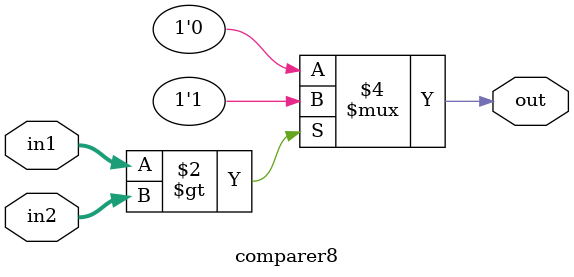
<source format=v>
module comparer8(
    input [7:0] in1, in2,
    output reg out
);
    always@* begin
        if(in1 > in2) out = 1'b1;
        else out = 1'b0;
    end

endmodule

</source>
